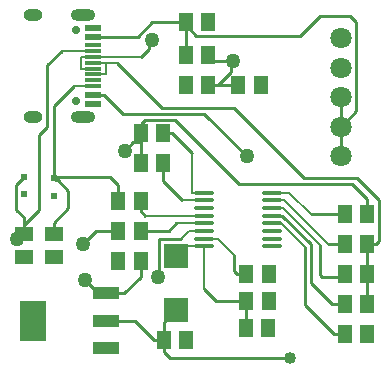
<source format=gtl>
G04*
G04 #@! TF.GenerationSoftware,Altium Limited,Altium Designer,22.0.2 (36)*
G04*
G04 Layer_Physical_Order=1*
G04 Layer_Color=255*
%FSLAX25Y25*%
%MOIN*%
G70*
G04*
G04 #@! TF.SameCoordinates,01E328F9-A8C1-4934-924A-DB3E3AA3EC65*
G04*
G04*
G04 #@! TF.FilePolarity,Positive*
G04*
G01*
G75*
%ADD11C,0.01000*%
%ADD17R,0.05118X0.05906*%
%ADD18R,0.05709X0.02362*%
%ADD19R,0.05709X0.01181*%
%ADD20O,0.06817X0.01350*%
%ADD21C,0.04000*%
%ADD22R,0.02362X0.02362*%
%ADD23R,0.05906X0.05118*%
%ADD24R,0.08661X0.13780*%
%ADD25R,0.08661X0.04331*%
%ADD26R,0.07874X0.07874*%
%ADD42C,0.01000*%
%ADD43C,0.00675*%
%ADD44C,0.00591*%
%ADD45C,0.07087*%
%ADD46C,0.02756*%
%ADD47O,0.06299X0.03937*%
%ADD48O,0.08268X0.03937*%
%ADD49C,0.05000*%
D11*
X7500Y49500D02*
X12500Y54500D01*
X7500Y49500D02*
Y52024D01*
X12500Y54500D02*
Y79300D01*
X7500Y46240D02*
Y49500D01*
X5093Y53935D02*
X5134Y53894D01*
X4800Y54228D02*
X5093Y53935D01*
X4800Y54228D02*
Y62753D01*
X5134Y53894D02*
X7500Y52024D01*
X5000Y44819D02*
X6079D01*
X7500Y46240D01*
X76524Y100524D02*
Y103524D01*
X77000Y104000D01*
X70740D02*
X77000D01*
X72000Y96000D02*
X76524Y100524D01*
X68740Y96000D02*
X72000D01*
X78760D01*
X68740Y106000D02*
X70740Y104000D01*
X49235Y108135D02*
Y110235D01*
X50000Y111000D01*
X46553Y105453D02*
X49235Y108135D01*
X31500Y47500D02*
X38760D01*
X27000Y43000D02*
X31500Y47500D01*
X93567Y52433D02*
X103000Y43000D01*
Y30000D02*
Y43000D01*
Y30000D02*
X110000Y23000D01*
X106586Y32000D02*
X113260D01*
X106000Y32586D02*
X106586Y32000D01*
X106000Y32586D02*
Y42700D01*
X113260Y32000D02*
X114260Y33000D01*
X101000Y22600D02*
Y42000D01*
Y22600D02*
X110600Y13000D01*
X110000Y23000D02*
X114260D01*
X90000Y52500D02*
X90067Y52433D01*
X93567D01*
X121790Y43000D02*
X124800D01*
X121740Y27950D02*
X121790Y27900D01*
Y23000D02*
Y27900D01*
Y37950D02*
Y43000D01*
X121740Y37900D02*
X121790Y37950D01*
X121740Y33000D02*
Y37900D01*
Y53000D02*
Y58060D01*
Y27950D02*
Y33000D01*
X110600Y13000D02*
X114310D01*
X108618Y43000D02*
X114310D01*
X103050Y53000D02*
X114260D01*
X17500Y65000D02*
Y65453D01*
Y65000D02*
X18181Y64319D01*
X18634D02*
X22181Y60772D01*
Y54881D02*
Y60772D01*
X18181Y64319D02*
X18634D01*
X17500Y50200D02*
X22181Y54881D01*
X17500Y65453D02*
X36000D01*
X12500Y79300D02*
X15200Y82000D01*
X46260Y70000D02*
Y76900D01*
X43700D02*
X46260D01*
X61260Y115940D02*
Y117000D01*
Y106000D02*
Y115940D01*
X56000Y5000D02*
X96000D01*
X54000Y7000D02*
X56000Y5000D01*
X54000Y7000D02*
Y11000D01*
X50800D02*
X54000D01*
X44300Y17500D02*
X50800Y11000D01*
X34700Y17500D02*
X44300D01*
X54000Y11000D02*
Y17000D01*
X58000Y21000D01*
X15200Y102700D02*
X19921Y107421D01*
X15200Y82000D02*
Y102700D01*
X4800Y62753D02*
X7500Y65453D01*
X30530Y92855D02*
X34000D01*
X40402Y86453D01*
X67447D01*
X81585Y72315D01*
X46260Y80000D02*
Y83000D01*
X47713Y84453D01*
X57800D01*
X79109Y63144D01*
X116656D01*
X121740Y58060D01*
X124800Y43000D02*
X125800Y44000D01*
Y57839D01*
X118495Y65144D02*
X125800Y57839D01*
X100762Y65144D02*
X118495D01*
X77453Y88453D02*
X100762Y65144D01*
X53347Y88453D02*
X77453D01*
X38315Y103485D02*
X53347Y88453D01*
X17500Y65453D02*
Y89110D01*
X24000Y95610D01*
X50098Y117000D02*
X61260D01*
X45244Y112146D02*
X50098Y117000D01*
X30530Y112146D02*
X45244D01*
X41000Y74200D02*
X43700Y76900D01*
X46260D02*
Y80000D01*
X32045Y26555D02*
X34700D01*
X27600Y31000D02*
X32045Y26555D01*
X61260Y115940D02*
X64700Y112500D01*
X99300D01*
X106000Y119200D01*
X116000D01*
X118100Y117100D01*
Y87258D02*
Y117100D01*
X113000Y82158D02*
X118100Y87258D01*
X77400Y34000D02*
Y39423D01*
Y34000D02*
X78400Y33000D01*
X81470D01*
X67435Y28000D02*
X71435Y24000D01*
X81520D01*
X17500Y46240D02*
Y50200D01*
X36000Y65453D02*
X38760Y62693D01*
Y57500D02*
Y62693D01*
X34700Y26555D02*
X40795D01*
X46240Y32000D01*
Y37500D01*
X55600Y47500D02*
X58041Y49941D01*
X46240Y47500D02*
X55600D01*
X52500Y44600D02*
X59718D01*
X52500Y32300D02*
Y44600D01*
X52200Y32000D02*
X52500Y32300D01*
X56800Y80000D02*
X63500Y73300D01*
X53740Y80000D02*
X56800D01*
X53740Y63878D02*
X60000Y57618D01*
X53740Y63878D02*
Y70000D01*
X58000Y39110D02*
Y42264D01*
X46240Y54000D02*
X47740Y52500D01*
X46240Y54000D02*
Y57500D01*
X81520Y19560D02*
Y24000D01*
X81260Y19300D02*
X81520Y19560D01*
X81260Y15000D02*
Y19300D01*
X113000Y72315D02*
Y82158D01*
Y92000D01*
D17*
X86240Y96000D02*
D03*
X78760D02*
D03*
X121740Y53000D02*
D03*
X114260D02*
D03*
X121740Y33000D02*
D03*
X114260D02*
D03*
X114310Y13000D02*
D03*
X121790D02*
D03*
X114310Y43000D02*
D03*
X121790D02*
D03*
X114260Y23000D02*
D03*
X121740D02*
D03*
X88740Y15000D02*
D03*
X81260D02*
D03*
X88950Y33000D02*
D03*
X81470D02*
D03*
X81520Y24000D02*
D03*
X89000D02*
D03*
X61260Y117000D02*
D03*
X68740D02*
D03*
Y96000D02*
D03*
X61260D02*
D03*
X61480Y11000D02*
D03*
X54000D02*
D03*
X53740Y80000D02*
D03*
X46260D02*
D03*
X53740Y70000D02*
D03*
X46260D02*
D03*
X38760Y37500D02*
D03*
X46240D02*
D03*
Y57500D02*
D03*
X38760D02*
D03*
X46240Y47500D02*
D03*
X38760D02*
D03*
X61260Y106000D02*
D03*
X68740D02*
D03*
D18*
X30530Y89823D02*
D03*
Y92855D02*
D03*
Y112146D02*
D03*
Y115197D02*
D03*
D19*
Y95610D02*
D03*
Y97579D02*
D03*
Y99547D02*
D03*
Y101516D02*
D03*
Y103485D02*
D03*
Y105453D02*
D03*
X30528Y107421D02*
D03*
X30530Y109390D02*
D03*
D20*
X67435Y60177D02*
D03*
Y57618D02*
D03*
Y55059D02*
D03*
Y52500D02*
D03*
Y49941D02*
D03*
Y47382D02*
D03*
Y44823D02*
D03*
Y42264D02*
D03*
X90000Y60177D02*
D03*
Y57618D02*
D03*
Y55059D02*
D03*
Y52500D02*
D03*
Y49941D02*
D03*
Y47382D02*
D03*
Y44823D02*
D03*
Y42264D02*
D03*
D21*
X96000Y5000D02*
D03*
D22*
X17500Y59094D02*
D03*
Y65000D02*
D03*
X7500Y59547D02*
D03*
Y65453D02*
D03*
D23*
Y38760D02*
D03*
Y46240D02*
D03*
X17500Y38760D02*
D03*
Y46240D02*
D03*
D24*
X10300Y17500D02*
D03*
D25*
X34700Y26555D02*
D03*
Y17500D02*
D03*
Y8445D02*
D03*
D26*
X58000Y21000D02*
D03*
Y39110D02*
D03*
D42*
X5093Y53935D02*
D03*
D43*
X93641Y55059D02*
X106000Y42700D01*
X93397Y49603D02*
X101000Y42000D01*
X90000Y49941D02*
X92916D01*
X93254Y49603D01*
X93397D01*
X58000Y42264D02*
X67435D01*
X95873Y60177D02*
X103050Y53000D01*
X90000Y60177D02*
X95873D01*
X90000Y57618D02*
X94000D01*
X108618Y43000D01*
X90000Y55059D02*
X93641D01*
X67435Y44823D02*
X72000D01*
X77400Y39423D01*
X67435Y28000D02*
Y42264D01*
X58041Y49941D02*
X67435D01*
X62500Y47382D02*
X67435D01*
X59718Y44600D02*
X62500Y47382D01*
X63500Y60177D02*
X67435D01*
X63500D02*
Y73300D01*
X60000Y57618D02*
X67435D01*
X47740Y52500D02*
X67435D01*
D44*
X34700Y103485D02*
X38315D01*
X19921Y107421D02*
X30528D01*
X24000Y95610D02*
X30530D01*
Y105453D02*
X46553D01*
X26300Y101516D02*
X30530D01*
X26300D02*
Y105453D01*
X30530D01*
Y103485D02*
X34700D01*
Y99547D02*
Y103485D01*
X30530Y99547D02*
X34700D01*
D45*
X113000Y72315D02*
D03*
Y82158D02*
D03*
Y92000D02*
D03*
Y101843D02*
D03*
Y111685D02*
D03*
D46*
X24841Y90768D02*
D03*
Y114233D02*
D03*
D47*
X10471Y85492D02*
D03*
Y119508D02*
D03*
D48*
X26928Y85492D02*
D03*
Y119508D02*
D03*
D49*
X5000Y44819D02*
D03*
X77000Y104000D02*
D03*
X50000Y111000D02*
D03*
X27000Y43000D02*
D03*
X81585Y72315D02*
D03*
X41000Y74200D02*
D03*
X27600Y31000D02*
D03*
X52200Y32000D02*
D03*
M02*

</source>
